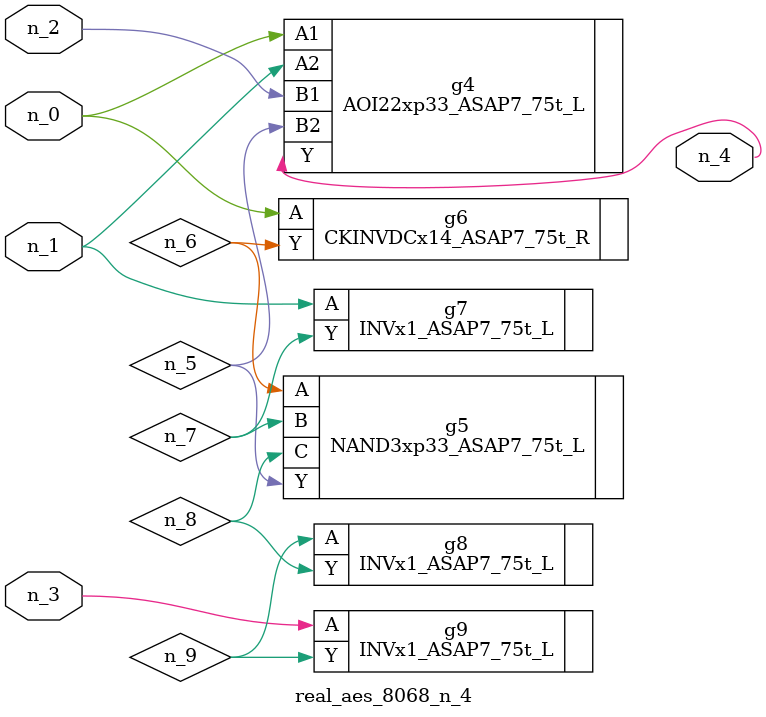
<source format=v>
module real_aes_8068_n_4 (n_0, n_3, n_2, n_1, n_4);
input n_0;
input n_3;
input n_2;
input n_1;
output n_4;
wire n_5;
wire n_7;
wire n_8;
wire n_6;
wire n_9;
AOI22xp33_ASAP7_75t_L g4 ( .A1(n_0), .A2(n_1), .B1(n_2), .B2(n_5), .Y(n_4) );
CKINVDCx14_ASAP7_75t_R g6 ( .A(n_0), .Y(n_6) );
INVx1_ASAP7_75t_L g7 ( .A(n_1), .Y(n_7) );
INVx1_ASAP7_75t_L g9 ( .A(n_3), .Y(n_9) );
NAND3xp33_ASAP7_75t_L g5 ( .A(n_6), .B(n_7), .C(n_8), .Y(n_5) );
INVx1_ASAP7_75t_L g8 ( .A(n_9), .Y(n_8) );
endmodule
</source>
